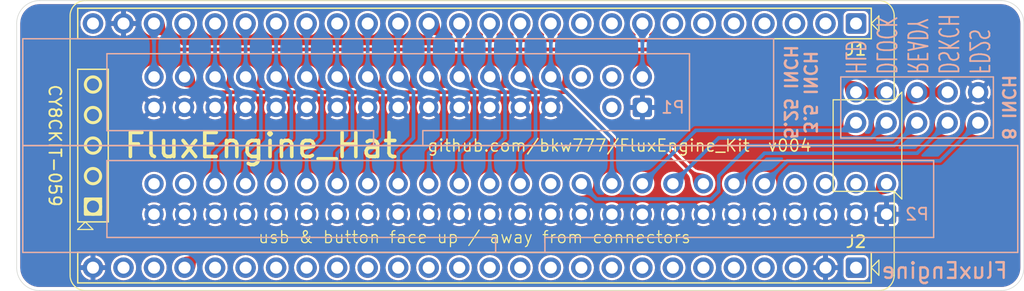
<source format=kicad_pcb>
(kicad_pcb (version 20240108) (generator "pcbnew") (generator_version "8.0")
  (title_block (title "FluxEngine_Hat") (date "2024-04-15") (rev "004") (company "Brian K. White - b.kenyon.w@gmail.com") (comment 1 "github.com/bkw777/FluxEngine_Kit"))
  (layers (0 "F.Cu" signal) (31 "B.Cu" signal) (34 "B.Paste" user) (35 "F.Paste" user) (36 "B.SilkS" user "B.Silkscreen") (37 "F.SilkS" user "F.Silkscreen") (38 "B.Mask" user) (39 "F.Mask" user) (44 "Edge.Cuts" user))
  (net 0 "")
  (net 1 "GND")
  (net 2 "/INDEX300")
  (net 3 "/INDEX360")
  (net 4 "/SIDE")
  (net 5 "/~{SEL3}")
  (net 6 "/~{REDWC}")
  (net 7 "/~{TRK0}")
  (net 8 "/~{SEL4}")
  (net 9 "/WDATA")
  (net 10 "/~{WGATE}")
  (net 11 "/~{INDEX}")
  (net 12 "/RDATA")
  (net 13 "/~{WPROT}")
  (net 14 "/~{SEL1}")
  (net 15 "/~{SEL2}")
  (net 16 "/~{STEP}")
  (net 17 "/DIR")
  (net 18 "/~{READY}")
  (net 19 "/TG43")
  (net 46 "/~{INUSE}")
  (net 47 "/~{HLOAD}")
  (net 49 "/TX")
  (net 59 "/RX")
  (net 60 "/~{RDY}")
  (net 63 "/~{FD2S}")
  (net 64 "/DC")
  (footprint "000_LOCAL:CY8CKIT-059" (layer "F.Cu") (at 171.45 93.98 -90)
    (property "Reference" "J1" (hide yes))
    (property "Value" "CY8CKIT-059" (at 10.16 66.674999 -90) (layer "F.SilkS"))
    (fp_line (start -0.635 65.405) (end 20.955 65.405) (stroke (width 0.1)) (layer "F.SilkS"))
    (fp_line (start 16.509999 64.770001) (end 3.809998 64.77) (stroke (width 0.12)) (layer "F.SilkS"))
    (fp_line (start -1.27 64.77) (end 1.27 64.77) (stroke (width 0.12)) (layer "F.SilkS"))
    (fp_line (start 17.145 64.77) (end 16.51 64.135) (stroke (width 0.1)) (layer "F.SilkS"))
    (fp_line (start 19.05 64.77) (end 21.59 64.77) (stroke (width 0.12)) (layer "F.SilkS"))
    (fp_line (start 16.51 64.135) (end 17.145 63.5) (stroke (width 0.1)) (layer "F.SilkS"))
    (fp_line (start 22.225 64.135) (end 22.225 -1.905) (stroke (width 0.1)) (layer "F.SilkS"))
    (fp_line (start 17.145 63.5) (end 17.145 64.77) (stroke (width 0.1)) (layer "F.SilkS"))
    (fp_line (start 3.809998 62.23) (end 3.809998 64.77) (stroke (width 0.12)) (layer "F.SilkS"))
    (fp_line (start 16.509999 62.229999) (end 16.509999 64.770001) (stroke (width 0.12)) (layer "F.SilkS"))
    (fp_line (start 16.509999 62.229999) (end 3.809998 62.23) (stroke (width 0.12)) (layer "F.SilkS"))
    (fp_line (start 6.35 1.905) (end 6.35 -3.175) (stroke (width 0.1)) (layer "F.SilkS"))
    (fp_line (start 13.97 1.905) (end 6.35 1.905) (stroke (width 0.1)) (layer "F.SilkS"))
    (fp_line (start -1.27 -1.27) (end -1.27 64.77) (stroke (width 0.12)) (layer "F.SilkS"))
    (fp_line (start -1.27 -1.27) (end 1.27 -1.27) (stroke (width 0.12)) (layer "F.SilkS"))
    (fp_line (start 0 -1.27) (end -0.635 -1.905) (stroke (width 0.1)) (layer "F.SilkS"))
    (fp_line (start 1.27 -1.27) (end 1.27 64.77) (stroke (width 0.12)) (layer "F.SilkS"))
    (fp_line (start 19.05 -1.27) (end 19.05 64.77) (stroke (width 0.12)) (layer "F.SilkS"))
    (fp_line (start 19.05 -1.27) (end 21.59 -1.27) (stroke (width 0.12)) (layer "F.SilkS"))
    (fp_line (start 20.32 -1.27) (end 19.685 -1.905) (stroke (width 0.1)) (layer "F.SilkS"))
    (fp_line (start 21.59 -1.27) (end 21.59 64.77) (stroke (width 0.12)) (layer "F.SilkS"))
    (fp_line (start -1.905 -1.905) (end -1.905 64.135) (stroke (width 0.1)) (layer "F.SilkS"))
    (fp_line (start -0.635 -1.905) (end 0.635 -1.905) (stroke (width 0.1)) (layer "F.SilkS"))
    (fp_line (start 0.635 -1.905) (end 0 -1.27) (stroke (width 0.1)) (layer "F.SilkS"))
    (fp_line (start 19.685 -1.905) (end 20.955 -1.905) (stroke (width 0.1)) (layer "F.SilkS"))
    (fp_line (start 20.955 -1.905) (end 20.32 -1.27) (stroke (width 0.1)) (layer "F.SilkS"))
    (fp_line (start -0.635 -3.175) (end 6.35 -3.175) (stroke (width 0.1)) (layer "F.SilkS"))
    (fp_line (start 13.97 -3.175) (end 13.97 1.905) (stroke (width 0.1)) (layer "F.SilkS"))
    (fp_line (start 13.97 -3.175) (end 20.955 -3.175) (stroke (width 0.1)) (layer "F.SilkS"))
    (fp_line (start 5.715 -3.81) (end 6.35 -3.175) (stroke (width 0.1)) (layer "F.SilkS"))
    (fp_line (start 5.715 -3.81) (end 14.605 -3.81) (stroke (width 0.1)) (layer "F.SilkS"))
    (fp_line (start 14.605 -3.81) (end 13.97 -3.175) (stroke (width 0.1)) (layer "F.SilkS"))
    (fp_rect (start 14.605 62.865) (end 15.875 64.135) (stroke (width 0.254)) (fill none) (layer "F.SilkS"))
    (fp_arc (start -0.635 65.405) (mid -1.533026 65.033026) (end -1.905 64.135) (stroke (width 0.1)) (layer "F.SilkS"))
    (fp_arc (start 22.225 64.135) (mid 21.853026 65.033026) (end 20.955 65.405) (stroke (width 0.1)) (layer "F.SilkS"))
    (fp_arc (start -1.905 -1.905) (mid -1.533026 -2.803026) (end -0.635 -3.175) (stroke (width 0.1)) (layer "F.SilkS"))
    (fp_arc (start 20.955 -3.175) (mid 21.853026 -2.803026) (end 22.225 -1.905) (stroke (width 0.1)) (layer "F.SilkS"))
    (fp_circle (center 5.08 63.5) (end 5.715 63.5) (stroke (width 0.254)) (fill none) (layer "F.SilkS"))
    (fp_circle (center 7.62 63.5) (end 8.255 63.5) (stroke (width 0.254)) (fill none) (layer "F.SilkS"))
    (fp_circle (center 10.16 63.5) (end 10.795 63.5) (stroke (width 0.254)) (fill none) (layer "F.SilkS"))
    (fp_circle (center 12.7 63.5) (end 13.335 63.5) (stroke (width 0.254)) (fill none) (layer "F.SilkS"))
    (fp_circle (center 15.24 63.5) (end 15.875 63.5) (stroke (width 0.254)) (fill none) (layer "F.SilkS"))
    (fp_text user "J1" (at 2.159 -0.000001 0) (layer "F.SilkS"))
    (fp_text user "J2" (at 18.161 0 0) (layer "F.SilkS"))
    (pad "J1_1" thru_hole roundrect (at 0 0 270) (size 1.7 1.7) (drill 1) (layers "*.Cu" "*.Mask") (roundrect_rratio 0.1470588235))
    (pad "J1_2" thru_hole oval (at 0 2.54 270) (size 1.7 1.7) (drill 1) (layers "*.Cu" "*.Mask"))
    (pad "J1_3" thru_hole oval (at 0 5.08 270) (size 1.7 1.7) (drill 1) (layers "*.Cu" "*.Mask"))
    (pad "J1_4" thru_hole oval (at 0 7.62 270) (size 1.7 1.7) (drill 1) (layers "*.Cu" "*.Mask"))
    (pad "J1_5" thru_hole oval (at 0 10.16 270) (size 1.7 1.7) (drill 1) (layers "*.Cu" "*.Mask"))
    (pad "J1_6" thru_hole oval (at 0 12.7 270) (size 1.7 1.7) (drill 1) (layers "*.Cu" "*.Mask"))
    (pad "J1_7" thru_hole oval (at 0 15.24 270) (size 1.7 1.7) (drill 1) (layers "*.Cu" "*.Mask"))
    (pad "J1_8" thru_hole oval (at 0 17.78 270) (size 1.7 1.7) (drill 1) (layers "*.Cu" "*.Mask") (net 6 "/~{REDWC}"))
    (pad "J1_9" thru_hole oval (at 0 20.32 270) (size 1.7 1.7) (drill 1) (layers "*.Cu" "*.Mask") (net 49 "/TX"))
    (pad "J1_10" thru_hole oval (at 0 22.86 270) (size 1.7 1.7) (drill 1) (layers "*.Cu" "*.Mask") (net 59 "/RX"))
    (pad "J1_11" thru_hole oval (at 0 25.4 270) (size 1.7 1.7) (drill 1) (layers "*.Cu" "*.Mask") (net 11 "/~{INDEX}"))
    (pad "J1_12" thru_hole oval (at 0 27.94 270) (size 1.7 1.7) (drill 1) (layers "*.Cu" "*.Mask") (net 14 "/~{SEL1}"))
    (pad "J1_13" thru_hole oval (at 0 30.48 270) (size 1.7 1.7) (drill 1) (layers "*.Cu" "*.Mask") (net 15 "/~{SEL2}"))
    (pad "J1_14" thru_hole oval (at 0 33.02 270) (size 1.7 1.7) (drill 1) (layers "*.Cu" "*.Mask") (net 5 "/~{SEL3}"))
    (pad "J1_15" thru_hole oval (at 0 35.56 270) (size 1.7 1.7) (drill 1) (layers "*.Cu" "*.Mask") (net 8 "/~{SEL4}"))
    (pad "J1_16" thru_hole oval (at 0 38.1 270) (size 1.7 1.7) (drill 1) (layers "*.Cu" "*.Mask") (net 17 "/DIR"))
    (pad "J1_17" thru_hole oval (at 0 40.64 270) (size 1.7 1.7) (drill 1) (layers "*.Cu" "*.Mask") (net 16 "/~{STEP}"))
    (pad "J1_18" thru_hole oval (at 0 43.18 270) (size 1.7 1.7) (drill 1) (layers "*.Cu" "*.Mask") (net 9 "/WDATA"))
    (pad "J1_19" thru_hole oval (at 0 45.72 270) (size 1.7 1.7) (drill 1) (layers "*.Cu" "*.Mask") (net 10 "/~{WGATE}"))
    (pad "J1_20" thru_hole oval (at 0 48.26 270) (size 1.7 1.7) (drill 1) (layers "*.Cu" "*.Mask") (net 7 "/~{TRK0}"))
    (pad "J1_21" thru_hole oval (at 0 50.8 270) (size 1.7 1.7) (drill 1) (layers "*.Cu" "*.Mask") (net 13 "/~{WPROT}"))
    (pad "J1_22" thru_hole oval (at 0 53.34 270) (size 1.7 1.7) (drill 1) (layers "*.Cu" "*.Mask") (net 12 "/RDATA"))
    (pad "J1_23" thru_hole oval (at 0 55.88 270) (size 1.7 1.7) (drill 1) (layers "*.Cu" "*.Mask") (net 4 "/SIDE"))
    (pad "J1_24" thru_hole oval (at 0 58.42 270) (size 1.7 1.7) (drill 1) (layers "*.Cu" "*.Mask") (net 18 "/~{READY}"))
    (pad "J1_25" thru_hole oval (at 0 60.96 270) (size 1.7 1.7) (drill 1) (layers "*.Cu" "*.Mask") (net 1 "GND"))
    (pad "J1_26" thru_hole oval (at 0 63.5 270) (size 1.7 1.7) (drill 1) (layers "*.Cu" "*.Mask"))
    (pad "J2_1" thru_hole roundrect (at 20.32 0 270) (size 1.7 1.7) (drill 1) (layers "*.Cu" "*.Mask") (roundrect_rratio 0.1470588235))
    (pad "J2_2" thru_hole oval (at 20.32 2.54 270) (size 1.7 1.7) (drill 1) (layers "*.Cu" "*.Mask") (net 1 "GND"))
    (pad "J2_3" thru_hole oval (at 20.32 5.08 270) (size 1.7 1.7) (drill 1) (layers "*.Cu" "*.Mask"))
    (pad "J2_4" thru_hole oval (at 20.32 7.62 270) (size 1.7 1.7) (drill 1) (layers "*.Cu" "*.Mask"))
    (pad "J2_5" thru_hole oval (at 20.32 10.16 270) (size 1.7 1.7) (drill 1) (layers "*.Cu" "*.Mask"))
    (pad "J2_6" thru_hole oval (at 20.32 12.7 270) (size 1.7 1.7) (drill 1) (layers "*.Cu" "*.Mask"))
    (pad "J2_7" thru_hole oval (at 20.32 15.24 270) (size 1.7 1.7) (drill 1) (layers "*.Cu" "*.Mask"))
    (pad "J2_8" thru_hole oval (at 20.32 17.78 270) (size 1.7 1.7) (drill 1) (layers "*.Cu" "*.Mask"))
    (pad "J2_9" thru_hole oval (at 20.32 20.32 270) (size 1.7 1.7) (drill 1) (layers "*.Cu" "*.Mask"))
    (pad "J2_10" thru_hole oval (at 20.32 22.86 270) (size 1.7 1.7) (drill 1) (layers "*.Cu" "*.Mask"))
    (pad "J2_11" thru_hole oval (at 20.32 25.4 270) (size 1.7 1.7) (drill 1) (layers "*.Cu" "*.Mask"))
    (pad "J2_12" thru_hole oval (at 20.32 27.94 270) (size 1.7 1.7) (drill 1) (layers "*.Cu" "*.Mask"))
    (pad "J2_13" thru_hole oval (at 20.32 30.48 270) (size 1.7 1.7) (drill 1) (layers "*.Cu" "*.Mask"))
    (pad "J2_14" thru_hole oval (at 20.32 33.02 270) (size 1.7 1.7) (drill 1) (layers "*.Cu" "*.Mask"))
    (pad "J2_15" thru_hole oval (at 20.32 35.56 270) (size 1.7 1.7) (drill 1) (layers "*.Cu" "*.Mask"))
    (pad "J2_16" thru_hole oval (at 20.32 38.1 270) (size 1.7 1.7) (drill 1) (layers "*.Cu" "*.Mask"))
    (pad "J2_17" thru_hole oval (at 20.32 40.64 270) (size 1.7 1.7) (drill 1) (layers "*.Cu" "*.Mask"))
    (pad "J2_18" thru_hole oval (at 20.32 43.18 270) (size 1.7 1.7) (drill 1) (layers "*.Cu" "*.Mask"))
    (pad "J2_19" thru_hole oval (at 20.32 45.72 270) (size 1.7 1.7) (drill 1) (layers "*.Cu" "*.Mask"))
    (pad "J2_20" thru_hole oval (at 20.32 48.26 270) (size 1.7 1.7) (drill 1) (layers "*.Cu" "*.Mask"))
    (pad "J2_21" thru_hole oval (at 20.32 50.8 270) (size 1.7 1.7) (drill 1) (layers "*.Cu" "*.Mask"))
    (pad "J2_22" thru_hole oval (at 20.32 53.34 270) (size 1.7 1.7) (drill 1) (layers "*.Cu" "*.Mask"))
    (pad "J2_23" thru_hole oval (at 20.32 55.88 270) (size 1.7 1.7) (drill 1) (layers "*.Cu" "*.Mask") (net 19 "/TG43"))
    (pad "J2_24" thru_hole oval (at 20.32 58.42 270) (size 1.7 1.7) (drill 1) (layers "*.Cu" "*.Mask") (net 3 "/INDEX360"))
    (pad "J2_25" thru_hole oval (at 20.32 60.96 270) (size 1.7 1.7) (drill 1) (layers "*.Cu" "*.Mask") (net 2 "/INDEX300"))
    (pad "J2_26" thru_hole oval (at 20.32 63.5 270) (size 1.7 1.7) (drill 1) (layers "*.Cu" "*.Mask") (net 1 "GND"))
  )
  (footprint "000_LOCAL:IDC-Header_2x17_P2.54mm_Latch_Vertical - FDD" (layer "B.Cu") (at 153.67 100.965 90)
    (property "Reference" "P1" (at 0 2.539999 0) (layer "B.SilkS") (effects (justify mirror)))
    (property "Value" "FDD_IBMPC_host")
    (fp_line (start 5.715 -51.562) (end 5.715 10.922) (stroke (width 0.12)) (layer "B.SilkS"))
    (fp_line (start -3.175 -51.562) (end 5.715 -51.562) (stroke (width 0.12)) (layer "B.SilkS"))
    (fp_line (start 4.47 -44.56) (end 4.47 3.92) (stroke (width 0.12)) (layer "B.SilkS"))
    (fp_line (start -1.93 -44.56) (end 4.47 -44.56) (stroke (width 0.12)) (layer "B.SilkS"))
    (fp_line (start -1.93 -22.37) (end -1.93 -44.56) (stroke (width 0.12)) (layer "B.SilkS"))
    (fp_line (start -1.93 -22.37) (end -1.93 -22.37) (stroke (width 0.12)) (layer "B.SilkS"))
    (fp_line (start -3.175 -22.37) (end -1.93 -22.37) (stroke (width 0.12)) (layer "B.SilkS"))
    (fp_line (start -1.93 -18.27) (end -3.175 -18.27) (stroke (width 0.12)) (layer "B.SilkS"))
    (fp_line (start 4.47 3.92) (end -1.93 3.92) (stroke (width 0.12)) (layer "B.SilkS"))
    (fp_line (start -1.93 3.92) (end -1.93 -18.27) (stroke (width 0.12)) (layer "B.SilkS"))
    (fp_line (start 5.715 10.922) (end -3.175 10.922) (stroke (width 0.12)) (layer "B.SilkS"))
    (fp_line (start -3.175 10.922) (end -3.175 -51.562) (stroke (width 0.12)) (layer "B.SilkS"))
    (pad "1" thru_hole roundrect (at 0 0 90) (size 1.6 1.6) (drill 0.95) (layers "*.Cu" "*.Mask") (roundrect_rratio 0.15625) (net 1 "GND"))
    (pad "2" thru_hole circle (at 2.54 0 90) (size 1.6 1.6) (drill 0.95) (layers "*.Cu" "*.Mask") (net 6 "/~{REDWC}"))
    (pad "3" thru_hole circle (at 0 -2.54 90) (size 1.6 1.6) (drill 0.95) (layers "*.Cu" "*.Mask"))
    (pad "4" thru_hole circle (at 2.54 -2.54 90) (size 1.6 1.6) (drill 0.95) (layers "*.Cu" "*.Mask"))
    (pad "6" thru_hole circle (at 2.54 -5.08 90) (size 1.6 1.6) (drill 0.95) (layers "*.Cu" "*.Mask"))
    (pad "7" thru_hole circle (at 0 -7.62 90) (size 1.6 1.6) (drill 0.95) (layers "*.Cu" "*.Mask") (net 1 "GND"))
    (pad "8" thru_hole circle (at 2.54 -7.62 90) (size 1.6 1.6) (drill 0.95) (layers "*.Cu" "*.Mask") (net 11 "/~{INDEX}"))
    (pad "9" thru_hole circle (at 0 -10.16 90) (size 1.6 1.6) (drill 0.95) (layers "*.Cu" "*.Mask") (net 1 "GND"))
    (pad "10" thru_hole circle (at 2.54 -10.16 90) (size 1.6 1.6) (drill 0.95) (layers "*.Cu" "*.Mask") (net 14 "/~{SEL1}"))
    (pad "11" thru_hole circle (at 0 -12.7 90) (size 1.6 1.6) (drill 0.95) (layers "*.Cu" "*.Mask") (net 1 "GND"))
    (pad "12" thru_hole circle (at 2.54 -12.7 90) (size 1.6 1.6) (drill 0.95) (layers "*.Cu" "*.Mask") (net 15 "/~{SEL2}"))
    (pad "13" thru_hole circle (at 0 -15.24 90) (size 1.6 1.6) (drill 0.95) (layers "*.Cu" "*.Mask") (net 1 "GND"))
    (pad "14" thru_hole circle (at 2.54 -15.24 90) (size 1.6 1.6) (drill 0.95) (layers "*.Cu" "*.Mask") (net 5 "/~{SEL3}"))
    (pad "15" thru_hole circle (at 0 -17.78 90) (size 1.6 1.6) (drill 0.95) (layers "*.Cu" "*.Mask") (net 1 "GND"))
    (pad "16" thru_hole circle (at 2.54 -17.78 90) (size 1.6 1.6) (drill 0.95) (layers "*.Cu" "*.Mask") (net 8 "/~{SEL4}"))
    (pad "17" thru_hole circle (at 0 -20.32 90) (size 1.6 1.6) (drill 0.95) (layers "*.Cu" "*.Mask") (net 1 "GND"))
    (pad "18" thru_hole circle (at 2.54 -20.32 90) (size 1.6 1.6) (drill 0.95) (layers "*.Cu" "*.Mask") (net 17 "/DIR"))
    (pad "19" thru_hole circle (at 0 -22.86 90) (size 1.6 1.6) (drill 0.95) (layers "*.Cu" "*.Mask") (net 1 "GND"))
    (pad "20" thru_hole circle (at 2.54 -22.86 90) (size 1.6 1.6) (drill 0.95) (layers "*.Cu" "*.Mask") (net 16 "/~{STEP}"))
    (pad "21" thru_hole circle (at 0 -25.4 90) (size 1.6 1.6) (drill 0.95) (layers "*.Cu" "*.Mask") (net 1 "GND"))
    (pad "22" thru_hole circle (at 2.54 -25.4 90) (size 1.6 1.6) (drill 0.95) (layers "*.Cu" "*.Mask") (net 9 "/WDATA"))
    (pad "23" thru_hole circle (at 0 -27.94 90) (size 1.6 1.6) (drill 0.95) (layers "*.Cu" "*.Mask") (net 1 "GND"))
    (pad "24" thru_hole circle (at 2.54 -27.94 90) (size 1.6 1.6) (drill 0.95) (layers "*.Cu" "*.Mask") (net 10 "/~{WGATE}"))
    (pad "25" thru_hole circle (at 0 -30.48 90) (size 1.6 1.6) (drill 0.95) (layers "*.Cu" "*.Mask") (net 1 "GND"))
    (pad "26" thru_hole circle (at 2.54 -30.48 90) (size 1.6 1.6) (drill 0.95) (layers "*.Cu" "*.Mask") (net 7 "/~{TRK0}"))
    (pad "27" thru_hole circle (at 0 -33.02 90) (size 1.6 1.6) (drill 0.95) (layers "*.Cu" "*.Mask") (net 1 "GND"))
    (pad "28" thru_hole circle (at 2.54 -33.02 90) (size 1.6 1.6) (drill 0.95) (layers "*.Cu" "*.Mask") (net 13 "/~{WPROT}"))
    (pad "29" thru_hole circle (at 0 -35.56 90) (size 1.6 1.6) (drill 0.95) (layers "*.Cu" "*.Mask") (net 1 "GND"))
    (pad "30" thru_hole circle (at 2.54 -35.56 90) (size 1.6 1.6) (drill 0.95) (layers "*.Cu" "*.Mask") (net 12 "/RDATA"))
    (pad "31" thru_hole circle (at 0 -38.1 90) (size 1.6 1.6) (drill 0.95) (layers "*.Cu" "*.Mask") (net 1 "GND"))
    (pad "32" thru_hole circle (at 2.54 -38.1 90) (size 1.6 1.6) (drill 0.95) (layers "*.Cu" "*.Mask") (net 4 "/SIDE"))
    (pad "33" thru_hole circle (at 0 -40.64 90) (size 1.6 1.6) (drill 0.95) (layers "*.Cu" "*.Mask") (net 1 "GND"))
    (pad "34" thru_hole circle (at 2.54 -40.64 90) (size 1.6 1.6) (drill 0.95) (layers "*.Cu" "*.Mask") (net 18 "/~{READY}"))
  )
  (footprint "000_LOCAL:PinHeader_2x05_P2.54mm_Vertical" (layer "B.Cu") (at 181.61 102.24 90)
    (property "Reference" "J2" (hide yes))
    (property "Value" "Conn_02x05_Odd_Even")
    (fp_line (start 3.81 -11.43) (end -1.27 -11.43) (stroke (width 0.12)) (layer "B.SilkS"))
    (fp_line (start 3.81 -11.43) (end 3.81 1.27) (stroke (width 0.12)) (layer "B.SilkS"))
    (fp_line (start -1.27 -11.43) (end -1.27 1.27) (stroke (width 0.12)) (layer "B.SilkS"))
    (fp_line (start 3.81 1.27) (end -1.27 1.27) (stroke (width 0.12)) (layer "B.SilkS"))
    (pad "1" thru_hole circle (at 0 0 90) (size 1.7 1.7) (drill 1) (layers "*.Cu" "*.Mask") (net 63 "/~{FD2S}"))
    (pad "2" thru_hole circle (at 2.54 0 90) (size 1.7 1.7) (drill 1) (layers "*.Cu" "*.Mask") (net 1 "GND"))
    (pad "3" thru_hole circle (at 0 -2.54 90) (size 1.7 1.7) (drill 1) (layers "*.Cu" "*.Mask") (net 64 "/DC"))
    (pad "4" thru_hole circle (at 2.54 -2.54 90) (size 1.7 1.7) (drill 1) (layers "*.Cu" "*.Mask") (net 18 "/~{READY}"))
    (pad "5" thru_hole circle (at 0 -5.079999 90) (size 1.7 1.7) (drill 1) (layers "*.Cu" "*.Mask") (net 60 "/~{RDY}"))
    (pad "6" thru_hole circle (at 2.54 -5.08 90) (size 1.7 1.7) (drill 1) (layers "*.Cu" "*.Mask") (net 18 "/~{READY}"))
    (pad "7" thru_hole circle (at 0 -7.62 90) (size 1.7 1.7) (drill 1) (layers "*.Cu" "*.Mask") (net 46 "/~{INUSE}"))
    (pad "8" thru_hole circle (at 2.54 -7.62 90) (size 1.7 1.7) (drill 1) (layers "*.Cu" "*.Mask") (net 8 "/~{SEL4}"))
    (pad "9" thru_hole circle (at 0 -10.16 90) (size 1.7 1.7) (drill 1) (layers "*.Cu" "*.Mask") (net 47 "/~{HLOAD}"))
    (pad "10" thru_hole circle (at 2.54 -10.16 90) (size 1.7 1.7) (drill 1) (layers "*.Cu" "*.Mask") (net 8 "/~{SEL4}"))
  )
  (footprint "000_LOCAL:IDC-Header_2x25_P2.54mm_Latch_Vertical" (layer "B.Cu") (at 173.990001 109.855 90)
    (property "Reference" "P2" (at 0 2.54 0) (layer "B.SilkS") (effects (justify mirror)))
    (property "Value" "FDD_SA800_host")
    (fp_line (start 5.715 -71.882) (end 5.715 10.922) (stroke (width 0.12)) (layer "B.SilkS"))
    (fp_line (start -3.175 -71.882) (end 5.715 -71.882) (stroke (width 0.12)) (layer "B.SilkS"))
    (fp_line (start 4.47 -64.88) (end 4.47 3.92) (stroke (width 0.12)) (layer "B.SilkS"))
    (fp_line (start -1.93 -64.88) (end 4.47 -64.88) (stroke (width 0.12)) (layer "B.SilkS"))
    (fp_line (start -1.93 -32.53) (end -1.93 -64.88) (stroke (width 0.12)) (layer "B.SilkS"))
    (fp_line (start -1.93 -32.53) (end -1.93 -32.53) (stroke (width 0.12)) (layer "B.SilkS"))
    (fp_line (start -3.175 -32.53) (end -1.93 -32.53) (stroke (width 0.12)) (layer "B.SilkS"))
    (fp_line (start -1.93 -28.43) (end -3.175 -28.43) (stroke (width 0.12)) (layer "B.SilkS"))
    (fp_line (start 4.47 3.92) (end -1.93 3.92) (stroke (width 0.12)) (layer "B.SilkS"))
    (fp_line (start -1.93 3.92) (end -1.93 -28.43) (stroke (width 0.12)) (layer "B.SilkS"))
    (fp_line (start 5.715 10.922) (end -3.175 10.922) (stroke (width 0.12)) (layer "B.SilkS"))
    (fp_line (start -3.175 10.922) (end -3.175 -71.882) (stroke (width 0.12)) (layer "B.SilkS"))
    (pad "1" thru_hole roundrect (at 0 0 90) (size 1.6 1.6) (drill 0.95) (layers "*.Cu" "*.Mask") (roundrect_rratio 0.15625) (net 1 "GND"))
    (pad "2" thru_hole circle (at 2.54 0 90) (size 1.6 1.6) (drill 0.95) (layers "*.Cu" "*.Mask") (net 19 "/TG43"))
    (pad "3" thru_hole circle (at 0 -2.54 90) (size 1.6 1.6) (drill 0.95) (layers "*.Cu" "*.Mask") (net 1 "GND"))
    (pad "4" thru_hole circle (at 2.54 -2.54 90) (size 1.6 1.6) (drill 0.95) (layers "*.Cu" "*.Mask"))
    (pad "5" thru_hole circle (at 0 -5.08 90) (size 1.6 1.6) (drill 0.95) (layers "*.Cu" "*.Mask") (net 1 "GND"))
    (pad "6" thru_hole circle (at 2.54 -5.08 90) (size 1.6 1.6) (drill 0.95) (layers "*.Cu" "*.Mask"))
    (pad "7" thru_hole circle (at 0 -7.62 90) (size 1.6 1.6) (drill 0.95) (layers "*.Cu" "*.Mask") (net 1 "GND"))
    (pad "8" thru_hole circle (at 2.54 -7.62 90) (size 1.6 1.6) (drill 0.95) (layers "*.Cu" "*.Mask"))
    (pad "9" thru_hole circle (at 0 -10.16 90) (size 1.6 1.6) (drill 0.95) (layers "*.Cu" "*.Mask") (net 1 "GND"))
    (pad "10" thru_hole circle (at 2.54 -10.16 90) (size 1.6 1.6) (drill 0.95) (layers "*.Cu" "*.Mask") (net 63 "/~{FD2S}"))
    (pad "11" thru_hole circle (at 0 -12.7 90) (size 1.6 1.6) (drill 0.95) (layers "*.Cu" "*.Mask") (net 1 "GND"))
    (pad "12" thru_hole circle (at 2.54 -12.7 90) (size 1.6 1.6) (drill 0.95) (layers "*.Cu" "*.Mask") (net 64 "/DC"))
    (pad "13" thru_hole circle (at 0 -15.24 90) (size 1.6 1.6) (drill 0.95) (layers "*.Cu" "*.Mask") (net 1 "GND"))
    (pad "14" thru_hole circle (at 2.54 -15.24 90) (size 1.6 1.6) (drill 0.95) (layers "*.Cu" "*.Mask") (net 4 "/SIDE"))
    (pad "15" thru_hole circle (at 0 -17.78 90) (size 1.6 1.6) (drill 0.95) (layers "*.Cu" "*.Mask") (net 1 "GND"))
    (pad "16" thru_hole circle (at 2.54 -17.78 90) (size 1.6 1.6) (drill 0.95) (layers "*.Cu" "*.Mask") (net 46 "/~{INUSE}"))
    (pad "17" thru_hole circle (at 0 -20.32 90) (size 1.6 1.6) (drill 0.95) (layers "*.Cu" "*.Mask") (net 1 "GND"))
    (pad "18" thru_hole circle (at 2.54 -20.32 90) (size 1.6 1.6) (drill 0.95) (layers "*.Cu" "*.Mask") (net 47 "/~{HLOAD}"))
    (pad "19" thru_hole circle (at 0 -22.86 90) (size 1.6 1.6) (drill 0.95) (layers "*.Cu" "*.Mask") (net 1 "GND"))
    (pad "20" thru_hole circle (at 2.54 -22.86 90) (size 1.6 1.6) (drill 0.95) (layers "*.Cu" "*.Mask") (net 11 "/~{INDEX}"))
    (pad "21" thru_hole circle (at 0 -25.4 90) (size 1.6 1.6) (drill 0.95) (layers "*.Cu" "*.Mask") (net 1 "GND"))
    (pad "22" thru_hole circle (at 2.54 -25.4 90) (size 1.6 1.6) (drill 0.95) (layers "*.Cu" "*.Mask") (net 60 "/~{RDY}"))
    (pad "23" thru_hole circle (at 0 -27.94 90) (size 1.6 1.6) (drill 0.95) (layers "*.Cu" "*.Mask") (net 1 "GND"))
    (pad "24" thru_hole circle (at 2.54 -27.94 90) (size 1.6 1.6) (drill 0.95) (layers "*.Cu" "*.Mask"))
    (pad "25" thru_hole circle (at 0 -30.48 90) (size 1.6 1.6) (drill 0.95) (layers "*.Cu" "*.Mask") (net 1 "GND"))
    (pad "26" thru_hole circle (at 2.54 -30.48 90) (size 1.6 1.6) (drill 0.95) (layers "*.Cu" "*.Mask") (net 14 "/~{SEL1}"))
    (pad "27" thru_hole circle (at 0 -33.02 90) (size 1.6 1.6) (drill 0.95) (layers "*.Cu" "*.Mask") (net 1 "GND"))
    (pad "28" thru_hole circle (at 2.54 -33.02 90) (size 1.6 1.6) (drill 0.95) (layers "*.Cu" "*.Mask") (net 15 "/~{SEL2}"))
    (pad "29" thru_hole circle (at 0 -35.56 90) (size 1.6 1.6) (drill 0.95) (layers "*.Cu" "*.Mask") (net 1 "GND"))
    (pad "30" thru_hole circle (at 2.54 -35.56 90) (size 1.6 1.6) (drill 0.95) (layers "*.Cu" "*.Mask") (net 5 "/~{SEL3}"))
    (pad "31" thru_hole circle (at 0 -38.1 90) (size 1.6 1.6) (drill 0.95) (layers "*.Cu" "*.Mask") (net 1 "GND"))
    (pad "32" thru_hole circle (at 2.54 -38.1 90) (size 1.6 1.6) (drill 0.95) (layers "*.Cu" "*.Mask") (net 8 "/~{SEL4}"))
    (pad "33" thru_hole circle (at 0 -40.64 90) (size 1.6 1.6) (drill 0.95) (layers "*.Cu" "*.Mask") (net 1 "GND"))
    (pad "34" thru_hole circle (at 2.54 -40.64 90) (size 1.6 1.6) (drill 0.95) (layers "*.Cu" "*.Mask") (net 17 "/DIR"))
    (pad "35" thru_hole circle (at 0 -43.18 90) (size 1.6 1.6) (drill 0.95) (layers "*.Cu" "*.Mask") (net 1 "GND"))
    (pad "36" thru_hole circle (at 2.54 -43.18 90) (size 1.6 1.6) (drill 0.95) (layers "*.Cu" "*.Mask") (net 16 "/~{STEP}"))
    (pad "37" thru_hole circle (at 0 -45.72 90) (size 1.6 1.6) (drill 0.95) (layers "*.Cu" "*.Mask") (net 1 "GND"))
    (pad "38" thru_hole circle (at 2.54 -45.72 90) (size 1.6 1.6) (drill 0.95) (layers "*.Cu" "*.Mask") (net 9 "/WDATA"))
    (pad "39" thru_hole circle (at 0 -48.26 90) (size 1.6 1.6) (drill 0.95) (layers "*.Cu" "*.Mask") (net 1 "GND"))
    (pad "40" thru_hole circle (at 2.54 -48.26 90) (size 1.6 1.6) (drill 0.95) (layers "*.Cu" "*.Mask") (net 10 "/~{WGATE}"))
    (pad "41" thru_hole circle (at 0 -50.8 90) (size 1.6 1.6) (drill 0.95) (layers "*.Cu" "*.Mask") (net 1 "GND"))
    (pad "42" thru_hole circle (at 2.54 -50.8 90) (size 1.6 1.6) (drill 0.95) (layers "*.Cu" "*.Mask") (net 7 "/~{TRK0}"))
    (pad "43" thru_hole circle (at 0 -53.34 90) (size 1.6 1.6) (drill 0.95) (layers "*.Cu" "*.Mask") (net 1 "GND"))
    (pad "44" thru_hole circle (at 2.54 -53.34 90) (size 1.6 1.6) (drill 0.95) (layers "*.Cu" "*.Mask") (net 13 "/~{WPROT}"))
    (pad "45" thru_hole circle (at 0 -55.88 90) (size 1.6 1.6) (drill 0.95) (layers "*.Cu" "*.Mask") (net 1 "GND"))
    (pad "46" thru_hole circle (at 2.54 -55.88 90) (size 1.6 1.6) (drill 0.95) (layers "*.Cu" "*.Mask") (net 12 "/RDATA"))
    (pad "47" thru_hole circle (at 0 -58.42 90) (size 1.6 1.6) (drill 0.95) (layers "*.Cu" "*.Mask") (net 1 "GND"))
    (pad "48" thru_hole circle (at 2.54 -58.42 90) (size 1.6 1.6) (drill 0.95) (layers "*.Cu" "*.Mask"))
    (pad "49" thru_hole circle (at 0 -60.96 90) (size 1.6 1.6) (drill 0.95) (layers "*.Cu" "*.Mask") (net 1 "GND"))
    (pad "50" thru_hole circle (at 2.54 -60.96 90) (size 1.6 1.6) (drill 0.95) (layers "*.Cu" "*.Mask"))
  )
  (gr_arc (start 101.600001 93.98) (mid 102.157963 92.632962) (end 103.505001 92.075) (stroke (width 0.05)) (layer "Edge.Cuts"))
  (gr_arc (start 183.515002 92.075) (mid 184.862039 92.632962) (end 185.420001 93.979999) (stroke (width 0.05)) (layer "Edge.Cuts"))
  (gr_arc (start 185.420001 114.3) (mid 184.86204 115.647038) (end 183.515002 116.204999) (stroke (width 0.05)) (layer "Edge.Cuts"))
  (gr_line (start 185.420001 114.3) (end 185.420001 93.98) (stroke (width 0.05)) (layer "Edge.Cuts"))
  (gr_line (start 183.515001 92.075001) (end 103.505001 92.075001) (stroke (width 0.05)) (layer "Edge.Cuts"))
  (gr_line (start 101.600001 93.98) (end 101.600001 114.3) (stroke (width 0.05)) (layer "Edge.Cuts"))
  (gr_line (start 103.505001 116.204999) (end 183.515001 116.204999) (stroke (width 0.05)) (layer "Edge.Cuts"))
  (gr_arc (start 103.505 116.204999) (mid 102.157963 115.647037) (end 101.600001 114.3) (stroke (width 0.05)) (layer "Edge.Cuts"))
  (gr_text "FD2S\nDSKCH\nREADY\nDLOCK\nHLD" (at 176.53 98.298 270) (layer "B.SilkS") (effects (font (size 1.6 1) (thickness 0.15) (bold yes)) (justify left mirror)))
  (gr_text "8 INCH" (at 184.15 100.965 -90) (layer "B.SilkS") (effects (font (size 1.016 1.016) (thickness 0.2032) (bold yes)) (justify mirror)))
  (gr_text "FluxEngine" (at 178.816 114.554 0) (layer "B.SilkS") (effects (font (size 1.3 1.3) (thickness 0.2) (bold yes)) (justify mirror)))
  (gr_text "3.5 INCH\n5.25 INCH" (at 165.400001 99.695 -90) (layer "B.SilkS") (effects (font (size 1.016 1.016) (thickness 0.2032) (bold yes)) (justify bottom mirror)))
  (gr_text "usb & button face up / away from connectors\n" (at 139.7 111.76 0) (layer "F.SilkS") (effects (font (size 1 1) (thickness 0.1))))
  (gr_text "${TITLE}" (at 121.92 104.14 0) (layer "F.SilkS") (effects (font (size 2 2) (thickness 0.3))))
  (gr_text "${COMMENT1}  v${REVISION}" (at 151.765 104.14 0) (layer "F.SilkS") (effects (font (size 1 1) (thickness 0.12))))
  (segment (start 115.57 98.425) (end 116.84 99.695) (width 0.3) (layer "F.Cu") (net 4))
  (segment (start 155.575001 104.14) (end 158.750001 107.315) (width 0.3) (layer "F.Cu") (net 4))
  (segment (start 151.765 104.14) (end 155.575001 104.14) (width 0.3) (layer "F.Cu") (net 4))
  (segment (start 147.32 99.695) (end 151.765 104.14) (width 0.3) (layer "F.Cu") (net 4))
  (segment (start 116.84 99.695) (end 147.32 99.695) (width 0.3) (layer "F.Cu") (net 4))
  (segment (start 115.570002 98.425) (end 115.570001 98.424999) (width 0.3) (layer "B.Cu") (net 4))
  (segment (start 115.570001 98.424999) (end 115.570001 93.98) (width 0.3) (layer "B.Cu") (net 4))
  (segment (start 138.430001 98.424999) (end 138.430001 93.98) (width 0.3) (layer "B.Cu") (net 5))
  (segment (start 139.700001 99.694999) (end 138.430001 98.424999) (width 0.3) (layer "B.Cu") (net 5))
  (segment (start 138.430001 107.315) (end 138.430001 104.775) (width 0.3) (layer "B.Cu") (net 5))
  (segment (start 138.430001 104.775) (end 139.700001 103.505) (width 0.3) (layer "B.Cu") (net 5))
  (segment (start 139.700001 103.505) (end 139.700001 99.694999) (width 0.3) (layer "B.Cu") (net 5))
  (segment (start 153.670001 98.424999) (end 153.670001 93.98) (width 0.3) (layer "B.Cu") (net 6))
  (segment (start 153.670002 98.425) (end 153.670001 98.424999) (width 0.3) (layer "B.Cu") (net 6))
  (segment (start 123.190001 98.424999) (end 123.190001 93.98) (width 0.3) (layer "B.Cu") (net 7))
  (segment (start 123.190001 104.775) (end 124.460001 103.505) (width 0.3) (layer "B.Cu") (net 7))
  (segment (start 123.190001 107.315) (end 123.190001 104.775) (width 0.3) (layer "B.Cu") (net 7))
  (segment (start 124.460001 99.694999) (end 123.190001 98.424999) (width 0.3) (layer "B.Cu") (net 7))
  (segment (start 124.460001 103.505) (end 124.460001 99.694999) (width 0.3) (layer "B.Cu") (net 7))
  (segment (start 173.99 99.7) (end 171.45 99.7) (width 0.3) (layer "F.Cu") (net 8))
  (segment (start 137.287001 95.377) (end 135.890001 93.98) (width 0.3) (layer "F.Cu") (net 8))
  (segment (start 171.45 99.7) (end 167.127 95.377) (width 0.3) (layer "F.Cu") (net 8))
  (segment (start 167.127 95.377) (end 137.287001 95.377) (width 0.3) (layer "F.Cu") (net 8))
  (segment (start 135.890001 104.775) (end 137.160001 103.505) (width 0.3) (layer "B.Cu") (net 8))
  (segment (start 135.890001 107.315) (end 135.890001 104.775) (width 0.3) (layer "B.Cu") (net 8))
  (segment (start 137.160001 99.694999) (end 135.890001 98.424999) (width 0.3) (layer "B.Cu") (net 8))
  (segment (start 137.160001 103.505) (end 137.160001 99.694999) (width 0.3) (layer "B.Cu") (net 8))
  (segment (start 135.890001 98.424999) (end 135.890001 93.98) (width 0.3) (layer "B.Cu") (net 8))
  (segment (start 128.270001 104.775) (end 129.540001 103.505) (width 0.3) (layer "B.Cu") (net 9))
  (segment (start 128.270001 98.424999) (end 128.270001 93.98) (width 0.3) (layer "B.Cu") (net 9))
  (segment (start 128.270001 107.315) (end 128.270001 104.775) (width 0.3) (layer "B.Cu") (net 9))
  (segment (start 129.540001 103.505) (end 129.540001 99.694999) (width 0.3) (layer "B.Cu") (net 9))
  (segment (start 129.540001 99.694999) (end 128.270001 98.424999) (width 0.3) (layer "B.Cu") (net 9))
  (segment (start 127.000001 99.694999) (end 125.730001 98.424999) (width 0.3) (layer "B.Cu") (net 10))
  (segment (start 127.000001 103.505) (end 127.000001 99.694999) (width 0.3) (layer "B.Cu") (net 10))
  (segment (start 125.730001 98.424999) (end 125.730001 93.98) (width 0.3) (layer "B.Cu") (net 10))
  (segment (start 125.730001 107.315) (end 125.730001 104.775) (width 0.3) (layer "B.Cu") (net 10))
  (segment (start 125.730001 104.775) (end 127.000001 103.505) (width 0.3) (layer "B.Cu") (net 10))
  (segment (start 151.130001 103.504999) (end 146.050001 98.424999) (width 0.3) (layer "B.Cu") (net 11))
  (segment (start 151.130001 107.315) (end 151.130001 103.504999) (width 0.3) (layer "B.Cu") (net 11))
  (segment (start 146.050001 98.424999) (end 146.050001 93.98) (width 0.3) (layer "B.Cu") (net 11))
  (segment (start 119.380001 99.694999) (end 118.110001 98.424999) (width 0.3) (layer "B.Cu") (net 12))
  (segment (start 119.380001 103.505) (end 119.380001 99.694999) (width 0.3) (layer "B.Cu") (net 12))
  (segment (start 118.110001 107.315) (end 118.110001 104.775) (width 0.3) (layer "B.Cu") (net 12))
  (segment (start 118.110001 98.424999) (end 118.110001 93.98) (width 0.3) (layer "B.Cu") (net 12))
  (segment (start 118.110001 104.775) (end 119.380001 103.505) (width 0.3) (layer "B.Cu") (net 12))
  (segment (start 121.920001 103.505) (end 121.920001 99.694999) (width 0.3) (layer "B.Cu") (net 13))
  (segment (start 120.650001 104.775) (end 121.920001 103.505) (width 0.3) (layer "B.Cu") (net 13))
  (segment (start 120.650001 98.424999) (end 120.650001 93.98) (width 0.3) (layer "B.Cu") (net 13))
  (segment (start 120.650001 107.315) (end 120.650001 104.775) (width 0.3) (layer "B.Cu") (net 13))
  (segment (start 121.920001 99.694999) (end 120.650001 98.424999) (width 0.3) (layer "B.Cu") (net 13))
  (segment (start 144.780001 103.505) (end 144.780001 99.694999) (width 0.3) (layer "B.Cu") (net 14))
  (segment (start 143.510001 104.775) (end 144.780001 103.505) (width 0.3) (layer "B.Cu") (net 14))
  (segment (start 144.780001 99.694999) (end 143.510001 98.424999) (width 0.3) (layer "B.Cu") (net 14))
  (segment (start 143.510001 107.315) (end 143.510001 104.775) (width 0.3) (layer "B.Cu") (net 14))
  (segment (start 143.510001 98.424999) (end 143.510001 93.98) (width 0.3) (layer "B.Cu") (net 14))
  (segment (start 142.240001 99.694999) (end 140.970001 98.424999) (width 0.3) (layer "B.Cu") (net 15))
  (segment (start 142.240001 103.505) (end 142.240001 99.694999) (width 0.3) (layer "B.Cu") (net 15))
  (segment (start 140.970001 98.424999) (end 140.970001 93.98) (width 0.3) (layer "B.Cu") (net 15))
  (segment (start 140.970001 107.315) (end 140.970001 104.775) (width 0.3) (layer "B.Cu") (net 15))
  (segment (start 140.970001 104.775) (end 142.240001 103.505) (width 0.3) (layer "B.Cu") (net 15))
  (segment (start 132.080001 99.694999) (end 130.810001 98.424999) (width 0.3) (layer "B.Cu") (net 16))
  (segment (start 132.080001 103.505) (end 132.080001 99.694999) (width 0.3) (layer "B.Cu") (net 16))
  (segment (start 130.810001 107.315) (end 130.810001 104.775) (width 0.3) (layer "B.Cu") (net 16))
  (segment (start 130.810001 104.775) (end 132.080001 103.505) (width 0.3) (layer "B.Cu") (net 16))
  (segment (start 130.810001 98.424999) (end 130.810001 93.98) (width 0.3) (layer "B.Cu") (net 16))
  (segment (start 133.350001 104.775) (end 134.620001 103.505) (width 0.3) (layer "B.Cu") (net 17))
  (segment (start 134.620001 103.505) (end 134.620001 99.694999) (width 0.3) (layer "B.Cu") (net 17))
  (segment (start 134.620001 99.694999) (end 133.350001 98.424999) (width 0.3) (layer "B.Cu") (net 17))
  (segment (start 133.350001 107.315) (end 133.350001 104.775) (width 0.3) (layer "B.Cu") (net 17))
  (segment (start 133.350001 98.424999) (end 133.350001 93.98) (width 0.3) (layer "B.Cu") (net 17))
  (segment (start 170.815 100.965) (end 165.989 96.139) (width 0.3) (layer "F.Cu") (net 18))
  (segment (start 179.07 99.7) (end 176.53 99.7) (width 0.3) (layer "F.Cu") (net 18))
  (segment (start 176.53 99.7) (end 175.265 100.965) (width 0.3) (layer "F.Cu") (net 18))
  (segment (start 165.989 96.139) (end 115.189 96.139) (width 0.3) (layer "F.Cu") (net 18))
  (segment (start 175.265 100.965) (end 170.815 100.965) (width 0.3) (layer "F.Cu") (net 18))
  (segment (start 115.189 96.139) (end 113.03 93.98) (width 0.3) (layer "F.Cu") (net 18))
  (segment (start 113.030001 98.424999) (end 113.030001 93.98) (width 0.3) (layer "B.Cu") (net 18))
  (segment (start 113.030002 98.425) (end 113.030001 98.424999) (width 0.3) (layer "B.Cu") (net 18))
  (segment (start 167.592375 109.267625) (end 168.274999 108.585001) (width 0.3) (layer "F.Cu") (net 19))
  (segment (start 117.475001 112.395) (end 166.322375 112.395) (width 0.3) (layer "F.Cu") (net 19))
  (segment (start 115.570001 114.3) (end 117.475001 112.395) (width 0.3) (layer "F.Cu") (net 19))
  (segment (start 168.274999 108.585001) (end 172.72 108.585001) (width 0.3) (layer "F.Cu") (net 19))
  (segment (start 166.322375 112.395) (end 167.592375 111.125) (width 0.3) (layer "F.Cu") (net 19))
  (segment (start 172.72 108.585001) (end 173.990001 107.315) (width 0.3) (layer "F.Cu") (net 19))
  (segment (start 167.592375 111.125) (end 167.592375 109.267625) (width 0.3) (layer "F.Cu") (net 19))
  (segment (start 172.725 103.505) (end 160.020001 103.505) (width 0.3) (layer "B.Cu") (net 46))
  (segment (start 173.99 102.24) (end 172.725 103.505) (width 0.3) (layer "B.Cu") (net 46))
  (segment (start 160.020001 103.505) (end 156.210001 107.315) (width 0.3) (layer "B.Cu") (net 46))
  (segment (start 153.670001 107.315) (end 158.115001 102.87) (width 0.3) (layer "B.Cu") (net 47))
  (segment (start 158.115001 102.87) (end 170.82 102.87) (width 0.3) (layer "B.Cu") (net 47))
  (segment (start 170.82 102.87) (end 171.45 102.24) (width 0.3) (layer "B.Cu") (net 47))
  (segment (start 162.56 104.14) (end 160.02 106.68) (width 0.3) (layer "B.Cu") (net 60))
  (segment (start 176.530001 102.24) (end 174.630001 104.14) (width 0.3) (layer "B.Cu") (net 60))
  (segment (start 149.860001 108.585) (end 148.590001 107.315) (width 0.3) (layer "B.Cu") (net 60))
  (segment (start 160.02 106.68) (end 160.02 107.95) (width 0.3) (layer "B.Cu") (net 60))
  (segment (start 174.630001 104.14) (end 162.56 104.14) (width 0.3) (layer "B.Cu") (net 60))
  (segment (start 160.02 107.95) (end 159.385 108.585) (width 0.3) (layer "B.Cu") (net 60))
  (segment (start 159.385 108.585) (end 149.860001 108.585) (width 0.3) (layer "B.Cu") (net 60))
  (segment (start 178.44 105.41) (end 181.61 102.24) (width 0.3) (layer "B.Cu") (net 63))
  (segment (start 165.735001 105.41) (end 178.44 105.41) (width 0.3) (layer "B.Cu") (net 63))
  (segment (start 163.830001 107.315) (end 165.735001 105.41) (width 0.3) (layer "B.Cu") (net 63))
  (segment (start 163.830001 104.775) (end 161.290001 107.315) (width 0.3) (layer "B.Cu") (net 64))
  (segment (start 179.07 102.24) (end 176.535 104.775) (width 0.3) (layer "B.Cu") (net 64))
  (segment (start 176.535 104.775) (end 163.830001 104.775) (width 0.3) (layer "B.Cu") (net 64))
  (zone (net 1) (net_name "GND") (layers "F&B.Cu") (connect_pads (clearance 0.2)) (min_thickness 0.2) (fill yes (thermal_gap 0.2) (thermal_bridge_width 0.4) (smoothing fillet) (radius 0.1))
    (polygon (pts (xy 101.600001 92.075) (xy 101.600001 116.205) (xy 185.420001 116.205) (xy 185.420001 92.075)))
  )
)
</source>
